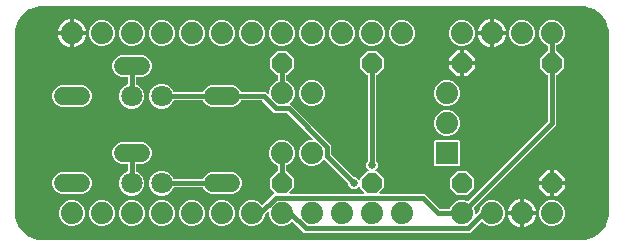
<source format=gbr>
G04 EAGLE Gerber RS-274X export*
G75*
%MOMM*%
%FSLAX34Y34*%
%LPD*%
%INBottom Copper*%
%IPPOS*%
%AMOC8*
5,1,8,0,0,1.08239X$1,22.5*%
G01*
%ADD10R,1.879600X1.879600*%
%ADD11C,1.879600*%
%ADD12P,1.814519X8X22.500000*%
%ADD13C,1.524000*%
%ADD14P,1.814519X8X202.500000*%
%ADD15C,1.800000*%
%ADD16C,0.406400*%
%ADD17C,0.654800*%

G36*
X482622Y2544D02*
X482622Y2544D01*
X482660Y2543D01*
X486117Y2815D01*
X486122Y2817D01*
X486128Y2816D01*
X486292Y2850D01*
X492868Y4987D01*
X492899Y5003D01*
X492934Y5012D01*
X493080Y5095D01*
X498673Y9158D01*
X498698Y9184D01*
X498729Y9203D01*
X498842Y9327D01*
X502905Y14920D01*
X502921Y14952D01*
X502944Y14980D01*
X503013Y15132D01*
X505150Y21708D01*
X505151Y21713D01*
X505153Y21719D01*
X505185Y21883D01*
X505457Y25340D01*
X505455Y25362D01*
X505459Y25400D01*
X505459Y177800D01*
X505456Y177822D01*
X505457Y177860D01*
X505185Y181317D01*
X505183Y181322D01*
X505184Y181328D01*
X505150Y181492D01*
X503013Y188068D01*
X502997Y188099D01*
X502988Y188134D01*
X502905Y188280D01*
X498842Y193873D01*
X498816Y193898D01*
X498797Y193929D01*
X498673Y194042D01*
X493080Y198105D01*
X493048Y198121D01*
X493020Y198144D01*
X492868Y198213D01*
X486292Y200350D01*
X486287Y200351D01*
X486281Y200353D01*
X486117Y200385D01*
X482660Y200657D01*
X482638Y200655D01*
X482600Y200659D01*
X25400Y200659D01*
X25378Y200656D01*
X25340Y200657D01*
X21883Y200385D01*
X21878Y200383D01*
X21872Y200384D01*
X21708Y200350D01*
X15132Y198213D01*
X15101Y198197D01*
X15066Y198188D01*
X14920Y198105D01*
X9327Y194042D01*
X9302Y194016D01*
X9271Y193997D01*
X9158Y193873D01*
X5095Y188280D01*
X5079Y188248D01*
X5056Y188220D01*
X4987Y188068D01*
X2850Y181492D01*
X2849Y181487D01*
X2847Y181481D01*
X2815Y181317D01*
X2543Y177860D01*
X2545Y177838D01*
X2541Y177800D01*
X2541Y25400D01*
X2544Y25378D01*
X2543Y25340D01*
X2815Y21883D01*
X2817Y21878D01*
X2816Y21872D01*
X2850Y21708D01*
X4987Y15132D01*
X5003Y15101D01*
X5012Y15066D01*
X5095Y14920D01*
X9158Y9327D01*
X9184Y9302D01*
X9203Y9271D01*
X9327Y9158D01*
X14920Y5095D01*
X14952Y5079D01*
X14980Y5056D01*
X15132Y4987D01*
X21708Y2850D01*
X21713Y2849D01*
X21719Y2847D01*
X21883Y2815D01*
X25340Y2543D01*
X25362Y2545D01*
X25400Y2541D01*
X482600Y2541D01*
X482622Y2544D01*
G37*
%LPC*%
G36*
X247161Y8889D02*
X247161Y8889D01*
X244855Y11196D01*
X237887Y18163D01*
X237871Y18175D01*
X237858Y18191D01*
X237771Y18247D01*
X237687Y18307D01*
X237668Y18313D01*
X237651Y18324D01*
X237551Y18349D01*
X237452Y18379D01*
X237432Y18379D01*
X237413Y18384D01*
X237310Y18376D01*
X237206Y18373D01*
X237187Y18366D01*
X237168Y18364D01*
X237073Y18324D01*
X236975Y18288D01*
X236960Y18276D01*
X236941Y18268D01*
X236810Y18163D01*
X234787Y16140D01*
X230773Y14477D01*
X226427Y14477D01*
X222413Y16140D01*
X219340Y19213D01*
X217677Y23227D01*
X217677Y25929D01*
X217666Y26000D01*
X217664Y26072D01*
X217646Y26121D01*
X217638Y26172D01*
X217604Y26235D01*
X217579Y26303D01*
X217547Y26343D01*
X217522Y26389D01*
X217471Y26439D01*
X217426Y26495D01*
X217382Y26523D01*
X217344Y26559D01*
X217279Y26589D01*
X217219Y26628D01*
X217168Y26640D01*
X217121Y26662D01*
X217050Y26670D01*
X216980Y26688D01*
X216928Y26684D01*
X216877Y26689D01*
X216806Y26674D01*
X216735Y26669D01*
X216687Y26648D01*
X216636Y26637D01*
X216575Y26600D01*
X216509Y26572D01*
X216453Y26528D01*
X216425Y26511D01*
X216410Y26493D01*
X216378Y26468D01*
X214346Y24435D01*
X214293Y24362D01*
X214233Y24292D01*
X214221Y24262D01*
X214202Y24236D01*
X214175Y24149D01*
X214141Y24064D01*
X214137Y24023D01*
X214130Y24001D01*
X214131Y23968D01*
X214123Y23897D01*
X214123Y23227D01*
X212460Y19213D01*
X209387Y16140D01*
X205373Y14477D01*
X201027Y14477D01*
X197013Y16140D01*
X193940Y19213D01*
X192277Y23227D01*
X192277Y27573D01*
X193940Y31587D01*
X197013Y34660D01*
X201027Y36323D01*
X205373Y36323D01*
X209387Y34660D01*
X211410Y32637D01*
X211427Y32625D01*
X211439Y32609D01*
X211526Y32553D01*
X211610Y32493D01*
X211629Y32487D01*
X211646Y32476D01*
X211746Y32451D01*
X211845Y32421D01*
X211865Y32421D01*
X211884Y32416D01*
X211987Y32424D01*
X212091Y32427D01*
X212110Y32434D01*
X212130Y32436D01*
X212225Y32476D01*
X212322Y32512D01*
X212338Y32524D01*
X212356Y32532D01*
X212487Y32637D01*
X219455Y39604D01*
X221774Y41924D01*
X221784Y41924D01*
X221833Y41942D01*
X221884Y41950D01*
X221947Y41984D01*
X222015Y42009D01*
X222055Y42041D01*
X222101Y42066D01*
X222151Y42118D01*
X222207Y42162D01*
X222235Y42206D01*
X222271Y42244D01*
X222301Y42309D01*
X222340Y42369D01*
X222352Y42420D01*
X222374Y42467D01*
X222382Y42538D01*
X222400Y42608D01*
X222396Y42660D01*
X222401Y42711D01*
X222386Y42782D01*
X222381Y42853D01*
X222360Y42901D01*
X222349Y42952D01*
X222312Y43013D01*
X222284Y43079D01*
X222240Y43135D01*
X222223Y43163D01*
X222205Y43178D01*
X222180Y43210D01*
X218693Y46696D01*
X218693Y54904D01*
X224546Y60757D01*
X224562Y60760D01*
X224651Y60813D01*
X224742Y60862D01*
X224756Y60876D01*
X224773Y60886D01*
X224840Y60965D01*
X224912Y61040D01*
X224920Y61058D01*
X224933Y61073D01*
X224972Y61169D01*
X225015Y61263D01*
X225017Y61283D01*
X225025Y61301D01*
X225043Y61468D01*
X225043Y65342D01*
X225024Y65457D01*
X225007Y65573D01*
X225005Y65578D01*
X225004Y65585D01*
X224949Y65687D01*
X224896Y65792D01*
X224891Y65797D01*
X224888Y65802D01*
X224804Y65882D01*
X224720Y65964D01*
X224714Y65968D01*
X224710Y65971D01*
X224693Y65979D01*
X224573Y66045D01*
X222413Y66940D01*
X219340Y70013D01*
X217677Y74027D01*
X217677Y78373D01*
X219340Y82387D01*
X222413Y85460D01*
X226427Y87123D01*
X230773Y87123D01*
X234787Y85460D01*
X237860Y82387D01*
X239523Y78373D01*
X239523Y74027D01*
X237860Y70013D01*
X234787Y66940D01*
X232627Y66045D01*
X232527Y65984D01*
X232427Y65924D01*
X232423Y65919D01*
X232418Y65916D01*
X232343Y65826D01*
X232267Y65737D01*
X232265Y65731D01*
X232261Y65726D01*
X232219Y65618D01*
X232175Y65509D01*
X232174Y65501D01*
X232173Y65497D01*
X232172Y65478D01*
X232157Y65342D01*
X232157Y61468D01*
X232160Y61448D01*
X232158Y61429D01*
X232180Y61327D01*
X232196Y61225D01*
X232206Y61208D01*
X232210Y61188D01*
X232263Y61099D01*
X232312Y61008D01*
X232326Y60994D01*
X232336Y60977D01*
X232415Y60910D01*
X232490Y60838D01*
X232508Y60830D01*
X232523Y60817D01*
X232619Y60778D01*
X232643Y60767D01*
X238507Y54904D01*
X238507Y46696D01*
X235020Y43210D01*
X234979Y43152D01*
X234929Y43100D01*
X234907Y43053D01*
X234877Y43011D01*
X234856Y42942D01*
X234826Y42877D01*
X234820Y42825D01*
X234805Y42775D01*
X234806Y42704D01*
X234799Y42633D01*
X234810Y42582D01*
X234811Y42530D01*
X234836Y42462D01*
X234851Y42392D01*
X234878Y42347D01*
X234895Y42299D01*
X234940Y42243D01*
X234977Y42181D01*
X235017Y42147D01*
X235049Y42107D01*
X235109Y42068D01*
X235164Y42021D01*
X235212Y42002D01*
X235256Y41974D01*
X235325Y41956D01*
X235392Y41929D01*
X235463Y41921D01*
X235495Y41913D01*
X235518Y41915D01*
X235559Y41911D01*
X297841Y41911D01*
X297912Y41922D01*
X297984Y41924D01*
X298033Y41942D01*
X298084Y41950D01*
X298147Y41984D01*
X298215Y42009D01*
X298255Y42041D01*
X298301Y42066D01*
X298351Y42118D01*
X298407Y42162D01*
X298435Y42206D01*
X298471Y42244D01*
X298501Y42309D01*
X298540Y42369D01*
X298552Y42420D01*
X298574Y42467D01*
X298582Y42538D01*
X298600Y42608D01*
X298596Y42660D01*
X298601Y42711D01*
X298586Y42782D01*
X298581Y42853D01*
X298560Y42901D01*
X298549Y42952D01*
X298512Y43013D01*
X298484Y43079D01*
X298440Y43135D01*
X298423Y43163D01*
X298405Y43178D01*
X298380Y43210D01*
X294893Y46696D01*
X294893Y47509D01*
X294882Y47580D01*
X294880Y47651D01*
X294862Y47700D01*
X294854Y47752D01*
X294820Y47815D01*
X294795Y47882D01*
X294763Y47923D01*
X294738Y47969D01*
X294686Y48019D01*
X294642Y48075D01*
X294598Y48103D01*
X294560Y48139D01*
X294495Y48169D01*
X294435Y48208D01*
X294384Y48220D01*
X294337Y48242D01*
X294266Y48250D01*
X294196Y48268D01*
X294144Y48264D01*
X294093Y48269D01*
X294022Y48254D01*
X293951Y48248D01*
X293903Y48228D01*
X293852Y48217D01*
X293791Y48180D01*
X293725Y48152D01*
X293669Y48107D01*
X293641Y48091D01*
X293626Y48073D01*
X293594Y48047D01*
X291548Y46001D01*
X287572Y46001D01*
X284761Y48812D01*
X284761Y50253D01*
X284747Y50344D01*
X284739Y50434D01*
X284727Y50464D01*
X284722Y50496D01*
X284679Y50577D01*
X284643Y50661D01*
X284617Y50693D01*
X284606Y50714D01*
X284583Y50736D01*
X284538Y50792D01*
X265704Y69626D01*
X264668Y70662D01*
X264631Y70689D01*
X264600Y70723D01*
X264531Y70760D01*
X264468Y70806D01*
X264425Y70819D01*
X264384Y70841D01*
X264308Y70855D01*
X264233Y70878D01*
X264187Y70877D01*
X264142Y70885D01*
X264065Y70874D01*
X263987Y70872D01*
X263944Y70856D01*
X263899Y70849D01*
X263829Y70814D01*
X263756Y70787D01*
X263720Y70758D01*
X263680Y70738D01*
X263625Y70682D01*
X263564Y70633D01*
X263539Y70595D01*
X263507Y70562D01*
X263441Y70442D01*
X263431Y70426D01*
X263430Y70422D01*
X263426Y70415D01*
X263260Y70013D01*
X260187Y66940D01*
X256173Y65277D01*
X251827Y65277D01*
X247813Y66940D01*
X244740Y70013D01*
X243077Y74027D01*
X243077Y78373D01*
X244740Y82387D01*
X247813Y85460D01*
X251827Y87123D01*
X254529Y87123D01*
X254600Y87134D01*
X254672Y87136D01*
X254721Y87154D01*
X254772Y87162D01*
X254835Y87196D01*
X254903Y87221D01*
X254943Y87253D01*
X254989Y87278D01*
X255039Y87330D01*
X255095Y87374D01*
X255123Y87418D01*
X255159Y87456D01*
X255189Y87521D01*
X255228Y87581D01*
X255240Y87632D01*
X255262Y87679D01*
X255270Y87750D01*
X255288Y87820D01*
X255284Y87872D01*
X255289Y87923D01*
X255274Y87994D01*
X255269Y88065D01*
X255248Y88113D01*
X255237Y88164D01*
X255200Y88225D01*
X255172Y88291D01*
X255128Y88347D01*
X255111Y88375D01*
X255093Y88390D01*
X255068Y88422D01*
X233223Y110266D01*
X233150Y110319D01*
X233080Y110379D01*
X233050Y110391D01*
X233024Y110410D01*
X232937Y110437D01*
X232852Y110471D01*
X232811Y110475D01*
X232789Y110482D01*
X232756Y110481D01*
X232685Y110489D01*
X221761Y110489D01*
X212086Y120164D01*
X212088Y120181D01*
X212066Y120283D01*
X212050Y120385D01*
X212040Y120402D01*
X212036Y120422D01*
X211983Y120511D01*
X211934Y120602D01*
X211920Y120616D01*
X211910Y120633D01*
X211831Y120700D01*
X211756Y120772D01*
X211738Y120780D01*
X211723Y120793D01*
X211627Y120832D01*
X211533Y120875D01*
X211513Y120877D01*
X211495Y120885D01*
X211328Y120903D01*
X194354Y120903D01*
X194239Y120884D01*
X194123Y120867D01*
X194117Y120865D01*
X194111Y120864D01*
X194008Y120809D01*
X193903Y120756D01*
X193899Y120751D01*
X193893Y120748D01*
X193814Y120664D01*
X193731Y120580D01*
X193728Y120574D01*
X193724Y120570D01*
X193716Y120553D01*
X193650Y120433D01*
X193173Y119280D01*
X190600Y116707D01*
X187239Y115315D01*
X168361Y115315D01*
X165000Y116707D01*
X162427Y119280D01*
X161950Y120433D01*
X161888Y120533D01*
X161828Y120633D01*
X161823Y120637D01*
X161820Y120642D01*
X161730Y120717D01*
X161641Y120793D01*
X161635Y120795D01*
X161631Y120799D01*
X161522Y120841D01*
X161413Y120885D01*
X161406Y120886D01*
X161401Y120887D01*
X161383Y120888D01*
X161246Y120903D01*
X137427Y120903D01*
X137313Y120884D01*
X137196Y120867D01*
X137191Y120865D01*
X137185Y120864D01*
X137082Y120809D01*
X136977Y120756D01*
X136973Y120751D01*
X136967Y120748D01*
X136887Y120664D01*
X136805Y120580D01*
X136801Y120574D01*
X136798Y120570D01*
X136790Y120553D01*
X136724Y120433D01*
X135922Y118498D01*
X132962Y115538D01*
X129093Y113935D01*
X124907Y113935D01*
X121038Y115538D01*
X118078Y118498D01*
X116475Y122367D01*
X116475Y126553D01*
X118078Y130422D01*
X121038Y133382D01*
X124907Y134985D01*
X129093Y134985D01*
X132962Y133382D01*
X135922Y130422D01*
X136724Y128487D01*
X136786Y128387D01*
X136845Y128287D01*
X136850Y128283D01*
X136854Y128278D01*
X136944Y128203D01*
X137032Y128127D01*
X137038Y128125D01*
X137043Y128121D01*
X137151Y128079D01*
X137261Y128035D01*
X137268Y128034D01*
X137273Y128033D01*
X137291Y128032D01*
X137427Y128017D01*
X161246Y128017D01*
X161361Y128036D01*
X161477Y128053D01*
X161483Y128055D01*
X161489Y128056D01*
X161592Y128111D01*
X161697Y128164D01*
X161701Y128169D01*
X161707Y128172D01*
X161786Y128256D01*
X161869Y128340D01*
X161872Y128346D01*
X161876Y128350D01*
X161884Y128367D01*
X161950Y128487D01*
X162427Y129640D01*
X165000Y132213D01*
X168361Y133605D01*
X187239Y133605D01*
X190600Y132213D01*
X193173Y129640D01*
X193650Y128487D01*
X193712Y128387D01*
X193772Y128287D01*
X193777Y128283D01*
X193780Y128278D01*
X193870Y128203D01*
X193959Y128127D01*
X193965Y128125D01*
X193969Y128121D01*
X194078Y128079D01*
X194187Y128035D01*
X194194Y128034D01*
X194199Y128033D01*
X194217Y128032D01*
X194354Y128017D01*
X214833Y128017D01*
X216378Y126472D01*
X216436Y126430D01*
X216488Y126381D01*
X216535Y126359D01*
X216577Y126329D01*
X216646Y126308D01*
X216711Y126277D01*
X216763Y126272D01*
X216813Y126256D01*
X216884Y126258D01*
X216955Y126250D01*
X217006Y126261D01*
X217058Y126263D01*
X217126Y126287D01*
X217196Y126303D01*
X217241Y126329D01*
X217289Y126347D01*
X217345Y126392D01*
X217407Y126429D01*
X217441Y126468D01*
X217481Y126501D01*
X217520Y126561D01*
X217567Y126616D01*
X217586Y126664D01*
X217614Y126708D01*
X217632Y126777D01*
X217659Y126844D01*
X217667Y126915D01*
X217675Y126946D01*
X217673Y126970D01*
X217677Y127011D01*
X217677Y129173D01*
X219340Y133187D01*
X222413Y136260D01*
X224573Y137155D01*
X224673Y137216D01*
X224773Y137276D01*
X224777Y137281D01*
X224782Y137284D01*
X224857Y137374D01*
X224933Y137463D01*
X224935Y137469D01*
X224939Y137474D01*
X224981Y137582D01*
X225025Y137691D01*
X225026Y137699D01*
X225027Y137703D01*
X225028Y137722D01*
X225043Y137858D01*
X225043Y141732D01*
X225040Y141752D01*
X225042Y141771D01*
X225020Y141873D01*
X225004Y141975D01*
X224994Y141992D01*
X224990Y142012D01*
X224937Y142101D01*
X224888Y142192D01*
X224874Y142206D01*
X224864Y142223D01*
X224785Y142290D01*
X224710Y142362D01*
X224692Y142370D01*
X224677Y142383D01*
X224581Y142422D01*
X224557Y142433D01*
X218693Y148296D01*
X218693Y156504D01*
X224496Y162307D01*
X232704Y162307D01*
X238507Y156504D01*
X238507Y148296D01*
X232654Y142443D01*
X232638Y142440D01*
X232549Y142387D01*
X232458Y142338D01*
X232444Y142324D01*
X232427Y142314D01*
X232360Y142235D01*
X232288Y142160D01*
X232280Y142142D01*
X232267Y142127D01*
X232228Y142031D01*
X232185Y141937D01*
X232183Y141917D01*
X232175Y141899D01*
X232157Y141732D01*
X232157Y137858D01*
X232176Y137743D01*
X232193Y137627D01*
X232195Y137622D01*
X232196Y137615D01*
X232251Y137513D01*
X232304Y137408D01*
X232309Y137403D01*
X232312Y137398D01*
X232396Y137318D01*
X232480Y137236D01*
X232486Y137232D01*
X232490Y137229D01*
X232507Y137221D01*
X232627Y137155D01*
X234787Y136260D01*
X237860Y133187D01*
X239523Y129173D01*
X239523Y124827D01*
X237860Y120813D01*
X235837Y118790D01*
X235825Y118773D01*
X235809Y118761D01*
X235779Y118713D01*
X235746Y118679D01*
X235726Y118636D01*
X235693Y118590D01*
X235687Y118571D01*
X235676Y118554D01*
X235663Y118499D01*
X235642Y118456D01*
X235637Y118408D01*
X235621Y118355D01*
X235621Y118335D01*
X235616Y118316D01*
X235621Y118260D01*
X235615Y118211D01*
X235626Y118164D01*
X235627Y118109D01*
X235634Y118090D01*
X235636Y118070D01*
X235657Y118020D01*
X235668Y117971D01*
X235693Y117928D01*
X235712Y117878D01*
X235724Y117862D01*
X235732Y117844D01*
X235778Y117787D01*
X235794Y117760D01*
X235811Y117745D01*
X235837Y117713D01*
X238253Y115296D01*
X270511Y83039D01*
X270511Y75195D01*
X270525Y75104D01*
X270533Y75014D01*
X270545Y74984D01*
X270550Y74952D01*
X270593Y74871D01*
X270629Y74787D01*
X270655Y74755D01*
X270666Y74734D01*
X270689Y74712D01*
X270734Y74656D01*
X289568Y55822D01*
X289642Y55769D01*
X289712Y55709D01*
X289742Y55697D01*
X289768Y55678D01*
X289855Y55651D01*
X289940Y55617D01*
X289981Y55613D01*
X290003Y55606D01*
X290035Y55607D01*
X290107Y55599D01*
X291548Y55599D01*
X293594Y53553D01*
X293652Y53511D01*
X293704Y53461D01*
X293751Y53440D01*
X293793Y53409D01*
X293862Y53388D01*
X293927Y53358D01*
X293979Y53352D01*
X294029Y53337D01*
X294100Y53339D01*
X294171Y53331D01*
X294222Y53342D01*
X294274Y53343D01*
X294342Y53368D01*
X294412Y53383D01*
X294457Y53410D01*
X294505Y53428D01*
X294561Y53472D01*
X294623Y53509D01*
X294657Y53549D01*
X294697Y53581D01*
X294736Y53642D01*
X294783Y53696D01*
X294802Y53744D01*
X294830Y53788D01*
X294848Y53858D01*
X294875Y53924D01*
X294883Y53996D01*
X294891Y54027D01*
X294889Y54050D01*
X294893Y54091D01*
X294893Y54904D01*
X300696Y60707D01*
X301509Y60707D01*
X301580Y60718D01*
X301651Y60720D01*
X301700Y60738D01*
X301752Y60746D01*
X301815Y60780D01*
X301882Y60805D01*
X301923Y60837D01*
X301969Y60862D01*
X302019Y60914D01*
X302075Y60958D01*
X302103Y61002D01*
X302139Y61040D01*
X302169Y61105D01*
X302208Y61165D01*
X302220Y61216D01*
X302242Y61263D01*
X302250Y61334D01*
X302268Y61404D01*
X302264Y61456D01*
X302269Y61507D01*
X302254Y61578D01*
X302248Y61649D01*
X302228Y61697D01*
X302217Y61748D01*
X302180Y61809D01*
X302152Y61875D01*
X302107Y61931D01*
X302091Y61959D01*
X302073Y61974D01*
X302047Y62006D01*
X300001Y64052D01*
X300001Y68028D01*
X301020Y69047D01*
X301073Y69121D01*
X301133Y69190D01*
X301145Y69220D01*
X301164Y69246D01*
X301191Y69333D01*
X301225Y69418D01*
X301229Y69459D01*
X301236Y69482D01*
X301235Y69514D01*
X301243Y69585D01*
X301243Y141732D01*
X301240Y141752D01*
X301242Y141771D01*
X301220Y141873D01*
X301204Y141975D01*
X301194Y141992D01*
X301190Y142012D01*
X301137Y142101D01*
X301088Y142192D01*
X301074Y142206D01*
X301064Y142223D01*
X300985Y142290D01*
X300910Y142362D01*
X300892Y142370D01*
X300877Y142383D01*
X300781Y142422D01*
X300757Y142433D01*
X294893Y148296D01*
X294893Y156504D01*
X300696Y162307D01*
X308904Y162307D01*
X314707Y156504D01*
X314707Y148296D01*
X308854Y142443D01*
X308838Y142440D01*
X308749Y142387D01*
X308658Y142338D01*
X308644Y142324D01*
X308627Y142314D01*
X308560Y142235D01*
X308488Y142160D01*
X308480Y142142D01*
X308467Y142127D01*
X308428Y142031D01*
X308385Y141937D01*
X308383Y141917D01*
X308375Y141899D01*
X308357Y141732D01*
X308357Y69585D01*
X308371Y69495D01*
X308379Y69404D01*
X308391Y69374D01*
X308396Y69342D01*
X308439Y69262D01*
X308475Y69178D01*
X308501Y69146D01*
X308512Y69125D01*
X308535Y69103D01*
X308580Y69047D01*
X309599Y68028D01*
X309599Y64052D01*
X307553Y62006D01*
X307511Y61948D01*
X307461Y61896D01*
X307440Y61849D01*
X307409Y61807D01*
X307388Y61738D01*
X307358Y61673D01*
X307352Y61621D01*
X307337Y61571D01*
X307339Y61500D01*
X307331Y61429D01*
X307342Y61378D01*
X307343Y61326D01*
X307368Y61258D01*
X307383Y61188D01*
X307410Y61143D01*
X307428Y61095D01*
X307472Y61039D01*
X307509Y60977D01*
X307549Y60943D01*
X307581Y60903D01*
X307642Y60864D01*
X307696Y60817D01*
X307744Y60798D01*
X307788Y60770D01*
X307858Y60752D01*
X307924Y60725D01*
X307996Y60717D01*
X308027Y60709D01*
X308050Y60711D01*
X308091Y60707D01*
X308904Y60707D01*
X314707Y54904D01*
X314707Y46696D01*
X311220Y43210D01*
X311179Y43152D01*
X311129Y43100D01*
X311107Y43053D01*
X311077Y43011D01*
X311056Y42942D01*
X311026Y42877D01*
X311020Y42825D01*
X311005Y42775D01*
X311006Y42704D01*
X310999Y42633D01*
X311010Y42582D01*
X311011Y42530D01*
X311036Y42462D01*
X311051Y42392D01*
X311078Y42347D01*
X311095Y42299D01*
X311140Y42243D01*
X311177Y42181D01*
X311217Y42147D01*
X311249Y42107D01*
X311309Y42068D01*
X311364Y42021D01*
X311412Y42002D01*
X311456Y41974D01*
X311525Y41956D01*
X311592Y41929D01*
X311663Y41921D01*
X311695Y41913D01*
X311718Y41915D01*
X311759Y41911D01*
X349739Y41911D01*
X362470Y29180D01*
X362544Y29127D01*
X362613Y29067D01*
X362644Y29055D01*
X362670Y29036D01*
X362757Y29009D01*
X362842Y28975D01*
X362883Y28971D01*
X362905Y28964D01*
X362937Y28965D01*
X363008Y28957D01*
X370142Y28957D01*
X370257Y28976D01*
X370373Y28993D01*
X370378Y28995D01*
X370385Y28996D01*
X370487Y29051D01*
X370592Y29104D01*
X370597Y29109D01*
X370602Y29112D01*
X370682Y29196D01*
X370764Y29280D01*
X370768Y29286D01*
X370771Y29290D01*
X370779Y29307D01*
X370845Y29427D01*
X371740Y31587D01*
X374813Y34660D01*
X378827Y36323D01*
X383173Y36323D01*
X385333Y35428D01*
X385447Y35401D01*
X385560Y35373D01*
X385567Y35373D01*
X385573Y35372D01*
X385689Y35383D01*
X385806Y35392D01*
X385811Y35394D01*
X385818Y35395D01*
X385925Y35443D01*
X386032Y35488D01*
X386038Y35493D01*
X386042Y35495D01*
X386056Y35507D01*
X386163Y35593D01*
X453420Y102850D01*
X453473Y102924D01*
X453533Y102994D01*
X453545Y103024D01*
X453564Y103050D01*
X453591Y103137D01*
X453625Y103222D01*
X453629Y103263D01*
X453636Y103285D01*
X453635Y103317D01*
X453643Y103389D01*
X453643Y141732D01*
X453640Y141752D01*
X453642Y141771D01*
X453620Y141873D01*
X453604Y141975D01*
X453594Y141992D01*
X453590Y142012D01*
X453537Y142101D01*
X453488Y142192D01*
X453474Y142206D01*
X453464Y142223D01*
X453385Y142290D01*
X453310Y142362D01*
X453292Y142370D01*
X453277Y142383D01*
X453181Y142422D01*
X453157Y142433D01*
X447293Y148296D01*
X447293Y156504D01*
X453146Y162357D01*
X453162Y162360D01*
X453251Y162413D01*
X453342Y162462D01*
X453356Y162476D01*
X453373Y162486D01*
X453440Y162565D01*
X453512Y162640D01*
X453520Y162658D01*
X453533Y162673D01*
X453572Y162769D01*
X453615Y162863D01*
X453617Y162883D01*
X453625Y162901D01*
X453643Y163068D01*
X453643Y166942D01*
X453624Y167057D01*
X453607Y167173D01*
X453605Y167178D01*
X453604Y167185D01*
X453549Y167287D01*
X453496Y167392D01*
X453491Y167397D01*
X453488Y167402D01*
X453404Y167482D01*
X453320Y167564D01*
X453314Y167568D01*
X453310Y167571D01*
X453293Y167579D01*
X453173Y167645D01*
X451013Y168540D01*
X447940Y171613D01*
X446277Y175627D01*
X446277Y179973D01*
X447940Y183987D01*
X451013Y187060D01*
X455027Y188723D01*
X459373Y188723D01*
X463387Y187060D01*
X466460Y183987D01*
X468123Y179973D01*
X468123Y175627D01*
X466460Y171613D01*
X463387Y168540D01*
X461227Y167645D01*
X461127Y167584D01*
X461027Y167524D01*
X461023Y167519D01*
X461018Y167516D01*
X460943Y167426D01*
X460867Y167337D01*
X460865Y167331D01*
X460861Y167326D01*
X460819Y167218D01*
X460775Y167109D01*
X460774Y167101D01*
X460773Y167097D01*
X460772Y167078D01*
X460757Y166942D01*
X460757Y163068D01*
X460760Y163048D01*
X460758Y163029D01*
X460780Y162927D01*
X460796Y162825D01*
X460806Y162808D01*
X460810Y162788D01*
X460863Y162699D01*
X460912Y162608D01*
X460926Y162594D01*
X460936Y162577D01*
X461015Y162510D01*
X461090Y162438D01*
X461108Y162430D01*
X461123Y162417D01*
X461219Y162378D01*
X461243Y162367D01*
X467107Y156504D01*
X467107Y148296D01*
X461254Y142443D01*
X461238Y142440D01*
X461149Y142387D01*
X461058Y142338D01*
X461044Y142324D01*
X461027Y142314D01*
X460960Y142235D01*
X460888Y142160D01*
X460880Y142142D01*
X460867Y142127D01*
X460828Y142031D01*
X460785Y141937D01*
X460783Y141917D01*
X460775Y141899D01*
X460757Y141732D01*
X460757Y100127D01*
X391193Y30563D01*
X391125Y30468D01*
X391055Y30374D01*
X391053Y30368D01*
X391049Y30363D01*
X391015Y30252D01*
X390979Y30140D01*
X390979Y30134D01*
X390977Y30128D01*
X390980Y30011D01*
X390981Y29894D01*
X390983Y29887D01*
X390983Y29882D01*
X390990Y29865D01*
X391028Y29733D01*
X391923Y27573D01*
X391923Y24871D01*
X391934Y24800D01*
X391936Y24728D01*
X391954Y24679D01*
X391962Y24628D01*
X391996Y24565D01*
X392021Y24497D01*
X392053Y24457D01*
X392078Y24411D01*
X392130Y24361D01*
X392174Y24305D01*
X392218Y24277D01*
X392256Y24241D01*
X392321Y24211D01*
X392381Y24172D01*
X392432Y24160D01*
X392479Y24138D01*
X392550Y24130D01*
X392620Y24112D01*
X392672Y24116D01*
X392723Y24111D01*
X392794Y24126D01*
X392865Y24131D01*
X392913Y24152D01*
X392964Y24163D01*
X393025Y24200D01*
X393091Y24228D01*
X393147Y24272D01*
X393175Y24289D01*
X393190Y24307D01*
X393222Y24332D01*
X395254Y26365D01*
X395296Y26423D01*
X395343Y26473D01*
X395352Y26490D01*
X395367Y26508D01*
X395379Y26538D01*
X395398Y26564D01*
X395421Y26640D01*
X395447Y26696D01*
X395449Y26711D01*
X395459Y26736D01*
X395463Y26777D01*
X395470Y26799D01*
X395469Y26832D01*
X395477Y26903D01*
X395477Y27573D01*
X397140Y31587D01*
X400213Y34660D01*
X404227Y36323D01*
X408573Y36323D01*
X412587Y34660D01*
X415660Y31587D01*
X417323Y27573D01*
X417323Y23227D01*
X415660Y19213D01*
X412587Y16140D01*
X408573Y14477D01*
X404227Y14477D01*
X400213Y16140D01*
X398190Y18163D01*
X398173Y18175D01*
X398161Y18191D01*
X398074Y18247D01*
X397990Y18307D01*
X397971Y18313D01*
X397954Y18324D01*
X397854Y18349D01*
X397755Y18379D01*
X397735Y18379D01*
X397716Y18384D01*
X397613Y18376D01*
X397509Y18373D01*
X397490Y18366D01*
X397470Y18364D01*
X397375Y18324D01*
X397278Y18288D01*
X397262Y18276D01*
X397244Y18268D01*
X397113Y18163D01*
X390145Y11196D01*
X387839Y8889D01*
X247161Y8889D01*
G37*
%LPD*%
%LPC*%
G36*
X124907Y40275D02*
X124907Y40275D01*
X121038Y41878D01*
X118078Y44838D01*
X116475Y48707D01*
X116475Y52893D01*
X118078Y56762D01*
X121038Y59722D01*
X124907Y61325D01*
X129093Y61325D01*
X132962Y59722D01*
X135922Y56762D01*
X136724Y54827D01*
X136786Y54727D01*
X136845Y54627D01*
X136850Y54623D01*
X136854Y54618D01*
X136944Y54543D01*
X137032Y54467D01*
X137038Y54465D01*
X137043Y54461D01*
X137151Y54419D01*
X137261Y54375D01*
X137268Y54374D01*
X137273Y54373D01*
X137291Y54372D01*
X137427Y54357D01*
X161246Y54357D01*
X161361Y54376D01*
X161477Y54393D01*
X161483Y54395D01*
X161489Y54396D01*
X161592Y54451D01*
X161697Y54504D01*
X161701Y54509D01*
X161707Y54512D01*
X161786Y54596D01*
X161869Y54680D01*
X161872Y54686D01*
X161876Y54690D01*
X161884Y54707D01*
X161950Y54827D01*
X162427Y55980D01*
X165000Y58553D01*
X168361Y59945D01*
X187239Y59945D01*
X190600Y58553D01*
X193173Y55980D01*
X194565Y52619D01*
X194565Y48981D01*
X193173Y45620D01*
X190600Y43047D01*
X187239Y41655D01*
X168361Y41655D01*
X165000Y43047D01*
X162427Y45620D01*
X161950Y46773D01*
X161888Y46873D01*
X161828Y46973D01*
X161823Y46977D01*
X161820Y46982D01*
X161730Y47057D01*
X161641Y47133D01*
X161635Y47135D01*
X161631Y47139D01*
X161522Y47181D01*
X161413Y47225D01*
X161406Y47226D01*
X161401Y47227D01*
X161383Y47228D01*
X161246Y47243D01*
X137427Y47243D01*
X137313Y47224D01*
X137196Y47207D01*
X137191Y47205D01*
X137185Y47204D01*
X137082Y47149D01*
X136977Y47096D01*
X136973Y47091D01*
X136967Y47088D01*
X136887Y47004D01*
X136805Y46920D01*
X136801Y46914D01*
X136798Y46910D01*
X136790Y46893D01*
X136724Y46773D01*
X135922Y44838D01*
X132962Y41878D01*
X129093Y40275D01*
X124907Y40275D01*
G37*
%LPD*%
%LPC*%
G36*
X99507Y40275D02*
X99507Y40275D01*
X95638Y41878D01*
X92678Y44838D01*
X91075Y48707D01*
X91075Y52893D01*
X92678Y56762D01*
X95638Y59722D01*
X97573Y60524D01*
X97673Y60586D01*
X97773Y60645D01*
X97777Y60650D01*
X97782Y60654D01*
X97857Y60744D01*
X97933Y60832D01*
X97935Y60838D01*
X97939Y60843D01*
X97981Y60951D01*
X98025Y61061D01*
X98026Y61068D01*
X98027Y61073D01*
X98028Y61091D01*
X98043Y61227D01*
X98043Y66294D01*
X98040Y66314D01*
X98042Y66333D01*
X98020Y66435D01*
X98004Y66537D01*
X97994Y66554D01*
X97990Y66574D01*
X97937Y66663D01*
X97888Y66754D01*
X97874Y66768D01*
X97864Y66785D01*
X97785Y66852D01*
X97710Y66924D01*
X97692Y66932D01*
X97677Y66945D01*
X97581Y66984D01*
X97487Y67027D01*
X97467Y67029D01*
X97449Y67037D01*
X97282Y67055D01*
X92161Y67055D01*
X88800Y68447D01*
X86227Y71020D01*
X84835Y74381D01*
X84835Y78019D01*
X86227Y81380D01*
X88800Y83953D01*
X92161Y85345D01*
X111039Y85345D01*
X114400Y83953D01*
X116973Y81380D01*
X118365Y78019D01*
X118365Y74381D01*
X116973Y71020D01*
X114400Y68447D01*
X111039Y67055D01*
X105918Y67055D01*
X105898Y67052D01*
X105879Y67054D01*
X105777Y67032D01*
X105675Y67016D01*
X105658Y67006D01*
X105638Y67002D01*
X105549Y66949D01*
X105458Y66900D01*
X105444Y66886D01*
X105427Y66876D01*
X105360Y66797D01*
X105288Y66722D01*
X105280Y66704D01*
X105267Y66689D01*
X105228Y66593D01*
X105185Y66499D01*
X105183Y66479D01*
X105175Y66461D01*
X105157Y66294D01*
X105157Y61227D01*
X105176Y61113D01*
X105193Y60996D01*
X105195Y60991D01*
X105196Y60985D01*
X105251Y60882D01*
X105304Y60777D01*
X105309Y60773D01*
X105312Y60767D01*
X105396Y60687D01*
X105480Y60605D01*
X105486Y60601D01*
X105490Y60598D01*
X105507Y60590D01*
X105627Y60524D01*
X107562Y59722D01*
X110522Y56762D01*
X112125Y52893D01*
X112125Y48707D01*
X110522Y44838D01*
X107562Y41878D01*
X103693Y40275D01*
X99507Y40275D01*
G37*
%LPD*%
%LPC*%
G36*
X99507Y113935D02*
X99507Y113935D01*
X95638Y115538D01*
X92678Y118498D01*
X91075Y122367D01*
X91075Y126553D01*
X92678Y130422D01*
X95638Y133382D01*
X97573Y134184D01*
X97673Y134246D01*
X97773Y134305D01*
X97777Y134310D01*
X97782Y134314D01*
X97857Y134404D01*
X97933Y134492D01*
X97935Y134498D01*
X97939Y134503D01*
X97981Y134611D01*
X98025Y134721D01*
X98026Y134728D01*
X98027Y134733D01*
X98028Y134751D01*
X98043Y134887D01*
X98043Y139954D01*
X98040Y139974D01*
X98042Y139993D01*
X98020Y140095D01*
X98004Y140197D01*
X97994Y140214D01*
X97990Y140234D01*
X97937Y140323D01*
X97888Y140414D01*
X97874Y140428D01*
X97864Y140445D01*
X97785Y140512D01*
X97710Y140584D01*
X97692Y140592D01*
X97677Y140605D01*
X97581Y140644D01*
X97487Y140687D01*
X97467Y140689D01*
X97449Y140697D01*
X97282Y140715D01*
X92161Y140715D01*
X88800Y142107D01*
X86227Y144680D01*
X84835Y148041D01*
X84835Y151679D01*
X86227Y155040D01*
X88800Y157613D01*
X92161Y159005D01*
X111039Y159005D01*
X114400Y157613D01*
X116973Y155040D01*
X118365Y151679D01*
X118365Y148041D01*
X116973Y144680D01*
X114400Y142107D01*
X111039Y140715D01*
X105918Y140715D01*
X105898Y140712D01*
X105879Y140714D01*
X105777Y140692D01*
X105675Y140676D01*
X105658Y140666D01*
X105638Y140662D01*
X105549Y140609D01*
X105458Y140560D01*
X105444Y140546D01*
X105427Y140536D01*
X105360Y140457D01*
X105288Y140382D01*
X105280Y140364D01*
X105267Y140349D01*
X105228Y140253D01*
X105185Y140159D01*
X105183Y140139D01*
X105175Y140121D01*
X105157Y139954D01*
X105157Y134887D01*
X105176Y134773D01*
X105193Y134656D01*
X105195Y134651D01*
X105196Y134645D01*
X105251Y134542D01*
X105304Y134437D01*
X105309Y134433D01*
X105312Y134427D01*
X105396Y134347D01*
X105480Y134265D01*
X105486Y134261D01*
X105490Y134258D01*
X105507Y134250D01*
X105627Y134184D01*
X107562Y133382D01*
X110522Y130422D01*
X112125Y126553D01*
X112125Y122367D01*
X110522Y118498D01*
X107562Y115538D01*
X103693Y113935D01*
X99507Y113935D01*
G37*
%LPD*%
%LPC*%
G36*
X41361Y115315D02*
X41361Y115315D01*
X38000Y116707D01*
X35427Y119280D01*
X34035Y122641D01*
X34035Y126279D01*
X35427Y129640D01*
X38000Y132213D01*
X41361Y133605D01*
X60239Y133605D01*
X63600Y132213D01*
X66173Y129640D01*
X67565Y126279D01*
X67565Y122641D01*
X66173Y119280D01*
X63600Y116707D01*
X60239Y115315D01*
X41361Y115315D01*
G37*
%LPD*%
%LPC*%
G36*
X41361Y41655D02*
X41361Y41655D01*
X38000Y43047D01*
X35427Y45620D01*
X34035Y48981D01*
X34035Y52619D01*
X35427Y55980D01*
X38000Y58553D01*
X41361Y59945D01*
X60239Y59945D01*
X63600Y58553D01*
X66173Y55980D01*
X67565Y52619D01*
X67565Y48981D01*
X66173Y45620D01*
X63600Y43047D01*
X60239Y41655D01*
X41361Y41655D01*
G37*
%LPD*%
%LPC*%
G36*
X358270Y65277D02*
X358270Y65277D01*
X357377Y66170D01*
X357377Y86230D01*
X358270Y87123D01*
X378330Y87123D01*
X379223Y86230D01*
X379223Y66170D01*
X378330Y65277D01*
X358270Y65277D01*
G37*
%LPD*%
%LPC*%
G36*
X429627Y166877D02*
X429627Y166877D01*
X425613Y168540D01*
X422540Y171613D01*
X420877Y175627D01*
X420877Y179973D01*
X422540Y183987D01*
X425613Y187060D01*
X429627Y188723D01*
X433973Y188723D01*
X437987Y187060D01*
X441060Y183987D01*
X442723Y179973D01*
X442723Y175627D01*
X441060Y171613D01*
X437987Y168540D01*
X433973Y166877D01*
X429627Y166877D01*
G37*
%LPD*%
%LPC*%
G36*
X201027Y166877D02*
X201027Y166877D01*
X197013Y168540D01*
X193940Y171613D01*
X192277Y175627D01*
X192277Y179973D01*
X193940Y183987D01*
X197013Y187060D01*
X201027Y188723D01*
X205373Y188723D01*
X209387Y187060D01*
X212460Y183987D01*
X214123Y179973D01*
X214123Y175627D01*
X212460Y171613D01*
X209387Y168540D01*
X205373Y166877D01*
X201027Y166877D01*
G37*
%LPD*%
%LPC*%
G36*
X277227Y166877D02*
X277227Y166877D01*
X273213Y168540D01*
X270140Y171613D01*
X268477Y175627D01*
X268477Y179973D01*
X270140Y183987D01*
X273213Y187060D01*
X277227Y188723D01*
X281573Y188723D01*
X285587Y187060D01*
X288660Y183987D01*
X290323Y179973D01*
X290323Y175627D01*
X288660Y171613D01*
X285587Y168540D01*
X281573Y166877D01*
X277227Y166877D01*
G37*
%LPD*%
%LPC*%
G36*
X124827Y166877D02*
X124827Y166877D01*
X120813Y168540D01*
X117740Y171613D01*
X116077Y175627D01*
X116077Y179973D01*
X117740Y183987D01*
X120813Y187060D01*
X124827Y188723D01*
X129173Y188723D01*
X133187Y187060D01*
X136260Y183987D01*
X137923Y179973D01*
X137923Y175627D01*
X136260Y171613D01*
X133187Y168540D01*
X129173Y166877D01*
X124827Y166877D01*
G37*
%LPD*%
%LPC*%
G36*
X99427Y166877D02*
X99427Y166877D01*
X95413Y168540D01*
X92340Y171613D01*
X90677Y175627D01*
X90677Y179973D01*
X92340Y183987D01*
X95413Y187060D01*
X99427Y188723D01*
X103773Y188723D01*
X107787Y187060D01*
X110860Y183987D01*
X112523Y179973D01*
X112523Y175627D01*
X110860Y171613D01*
X107787Y168540D01*
X103773Y166877D01*
X99427Y166877D01*
G37*
%LPD*%
%LPC*%
G36*
X251827Y166877D02*
X251827Y166877D01*
X247813Y168540D01*
X244740Y171613D01*
X243077Y175627D01*
X243077Y179973D01*
X244740Y183987D01*
X247813Y187060D01*
X251827Y188723D01*
X256173Y188723D01*
X260187Y187060D01*
X263260Y183987D01*
X264923Y179973D01*
X264923Y175627D01*
X263260Y171613D01*
X260187Y168540D01*
X256173Y166877D01*
X251827Y166877D01*
G37*
%LPD*%
%LPC*%
G36*
X378827Y166877D02*
X378827Y166877D01*
X374813Y168540D01*
X371740Y171613D01*
X370077Y175627D01*
X370077Y179973D01*
X371740Y183987D01*
X374813Y187060D01*
X378827Y188723D01*
X383173Y188723D01*
X387187Y187060D01*
X390260Y183987D01*
X391923Y179973D01*
X391923Y175627D01*
X390260Y171613D01*
X387187Y168540D01*
X383173Y166877D01*
X378827Y166877D01*
G37*
%LPD*%
%LPC*%
G36*
X150227Y166877D02*
X150227Y166877D01*
X146213Y168540D01*
X143140Y171613D01*
X141477Y175627D01*
X141477Y179973D01*
X143140Y183987D01*
X146213Y187060D01*
X150227Y188723D01*
X154573Y188723D01*
X158587Y187060D01*
X161660Y183987D01*
X163323Y179973D01*
X163323Y175627D01*
X161660Y171613D01*
X158587Y168540D01*
X154573Y166877D01*
X150227Y166877D01*
G37*
%LPD*%
%LPC*%
G36*
X74027Y166877D02*
X74027Y166877D01*
X70013Y168540D01*
X66940Y171613D01*
X65277Y175627D01*
X65277Y179973D01*
X66940Y183987D01*
X70013Y187060D01*
X74027Y188723D01*
X78373Y188723D01*
X82387Y187060D01*
X85460Y183987D01*
X87123Y179973D01*
X87123Y175627D01*
X85460Y171613D01*
X82387Y168540D01*
X78373Y166877D01*
X74027Y166877D01*
G37*
%LPD*%
%LPC*%
G36*
X175627Y166877D02*
X175627Y166877D01*
X171613Y168540D01*
X168540Y171613D01*
X166877Y175627D01*
X166877Y179973D01*
X168540Y183987D01*
X171613Y187060D01*
X175627Y188723D01*
X179973Y188723D01*
X183987Y187060D01*
X187060Y183987D01*
X188723Y179973D01*
X188723Y175627D01*
X187060Y171613D01*
X183987Y168540D01*
X179973Y166877D01*
X175627Y166877D01*
G37*
%LPD*%
%LPC*%
G36*
X226427Y166877D02*
X226427Y166877D01*
X222413Y168540D01*
X219340Y171613D01*
X217677Y175627D01*
X217677Y179973D01*
X219340Y183987D01*
X222413Y187060D01*
X226427Y188723D01*
X230773Y188723D01*
X234787Y187060D01*
X237860Y183987D01*
X239523Y179973D01*
X239523Y175627D01*
X237860Y171613D01*
X234787Y168540D01*
X230773Y166877D01*
X226427Y166877D01*
G37*
%LPD*%
%LPC*%
G36*
X251827Y116077D02*
X251827Y116077D01*
X247813Y117740D01*
X244740Y120813D01*
X243077Y124827D01*
X243077Y129173D01*
X244740Y133187D01*
X247813Y136260D01*
X251827Y137923D01*
X256173Y137923D01*
X260187Y136260D01*
X263260Y133187D01*
X264923Y129173D01*
X264923Y124827D01*
X263260Y120813D01*
X260187Y117740D01*
X256173Y116077D01*
X251827Y116077D01*
G37*
%LPD*%
%LPC*%
G36*
X366127Y90677D02*
X366127Y90677D01*
X362113Y92340D01*
X359040Y95413D01*
X357377Y99427D01*
X357377Y103773D01*
X359040Y107787D01*
X362113Y110860D01*
X366127Y112523D01*
X370473Y112523D01*
X374487Y110860D01*
X377560Y107787D01*
X379223Y103773D01*
X379223Y99427D01*
X377560Y95413D01*
X374487Y92340D01*
X370473Y90677D01*
X366127Y90677D01*
G37*
%LPD*%
%LPC*%
G36*
X366127Y116077D02*
X366127Y116077D01*
X362113Y117740D01*
X359040Y120813D01*
X357377Y124827D01*
X357377Y129173D01*
X359040Y133187D01*
X362113Y136260D01*
X366127Y137923D01*
X370473Y137923D01*
X374487Y136260D01*
X377560Y133187D01*
X379223Y129173D01*
X379223Y124827D01*
X377560Y120813D01*
X374487Y117740D01*
X370473Y116077D01*
X366127Y116077D01*
G37*
%LPD*%
%LPC*%
G36*
X302627Y166877D02*
X302627Y166877D01*
X298613Y168540D01*
X295540Y171613D01*
X293877Y175627D01*
X293877Y179973D01*
X295540Y183987D01*
X298613Y187060D01*
X302627Y188723D01*
X306973Y188723D01*
X310987Y187060D01*
X314060Y183987D01*
X315723Y179973D01*
X315723Y175627D01*
X314060Y171613D01*
X310987Y168540D01*
X306973Y166877D01*
X302627Y166877D01*
G37*
%LPD*%
%LPC*%
G36*
X328027Y166877D02*
X328027Y166877D01*
X324013Y168540D01*
X320940Y171613D01*
X319277Y175627D01*
X319277Y179973D01*
X320940Y183987D01*
X324013Y187060D01*
X328027Y188723D01*
X332373Y188723D01*
X336387Y187060D01*
X339460Y183987D01*
X341123Y179973D01*
X341123Y175627D01*
X339460Y171613D01*
X336387Y168540D01*
X332373Y166877D01*
X328027Y166877D01*
G37*
%LPD*%
%LPC*%
G36*
X175627Y14477D02*
X175627Y14477D01*
X171613Y16140D01*
X168540Y19213D01*
X166877Y23227D01*
X166877Y27573D01*
X168540Y31587D01*
X171613Y34660D01*
X175627Y36323D01*
X179973Y36323D01*
X183987Y34660D01*
X187060Y31587D01*
X188723Y27573D01*
X188723Y23227D01*
X187060Y19213D01*
X183987Y16140D01*
X179973Y14477D01*
X175627Y14477D01*
G37*
%LPD*%
%LPC*%
G36*
X150227Y14477D02*
X150227Y14477D01*
X146213Y16140D01*
X143140Y19213D01*
X141477Y23227D01*
X141477Y27573D01*
X143140Y31587D01*
X146213Y34660D01*
X150227Y36323D01*
X154573Y36323D01*
X158587Y34660D01*
X161660Y31587D01*
X163323Y27573D01*
X163323Y23227D01*
X161660Y19213D01*
X158587Y16140D01*
X154573Y14477D01*
X150227Y14477D01*
G37*
%LPD*%
%LPC*%
G36*
X124827Y14477D02*
X124827Y14477D01*
X120813Y16140D01*
X117740Y19213D01*
X116077Y23227D01*
X116077Y27573D01*
X117740Y31587D01*
X120813Y34660D01*
X124827Y36323D01*
X129173Y36323D01*
X133187Y34660D01*
X136260Y31587D01*
X137923Y27573D01*
X137923Y23227D01*
X136260Y19213D01*
X133187Y16140D01*
X129173Y14477D01*
X124827Y14477D01*
G37*
%LPD*%
%LPC*%
G36*
X455027Y14477D02*
X455027Y14477D01*
X451013Y16140D01*
X447940Y19213D01*
X446277Y23227D01*
X446277Y27573D01*
X447940Y31587D01*
X451013Y34660D01*
X455027Y36323D01*
X459373Y36323D01*
X463387Y34660D01*
X466460Y31587D01*
X468123Y27573D01*
X468123Y23227D01*
X466460Y19213D01*
X463387Y16140D01*
X459373Y14477D01*
X455027Y14477D01*
G37*
%LPD*%
%LPC*%
G36*
X99427Y14477D02*
X99427Y14477D01*
X95413Y16140D01*
X92340Y19213D01*
X90677Y23227D01*
X90677Y27573D01*
X92340Y31587D01*
X95413Y34660D01*
X99427Y36323D01*
X103773Y36323D01*
X107787Y34660D01*
X110860Y31587D01*
X112523Y27573D01*
X112523Y23227D01*
X110860Y19213D01*
X107787Y16140D01*
X103773Y14477D01*
X99427Y14477D01*
G37*
%LPD*%
%LPC*%
G36*
X74027Y14477D02*
X74027Y14477D01*
X70013Y16140D01*
X66940Y19213D01*
X65277Y23227D01*
X65277Y27573D01*
X66940Y31587D01*
X70013Y34660D01*
X74027Y36323D01*
X78373Y36323D01*
X82387Y34660D01*
X85460Y31587D01*
X87123Y27573D01*
X87123Y23227D01*
X85460Y19213D01*
X82387Y16140D01*
X78373Y14477D01*
X74027Y14477D01*
G37*
%LPD*%
%LPC*%
G36*
X48627Y14477D02*
X48627Y14477D01*
X44613Y16140D01*
X41540Y19213D01*
X39877Y23227D01*
X39877Y27573D01*
X41540Y31587D01*
X44613Y34660D01*
X48627Y36323D01*
X52973Y36323D01*
X56987Y34660D01*
X60060Y31587D01*
X61723Y27573D01*
X61723Y23227D01*
X60060Y19213D01*
X56987Y16140D01*
X52973Y14477D01*
X48627Y14477D01*
G37*
%LPD*%
%LPC*%
G36*
X376896Y40893D02*
X376896Y40893D01*
X371093Y46696D01*
X371093Y54904D01*
X376896Y60707D01*
X385104Y60707D01*
X390907Y54904D01*
X390907Y46696D01*
X385104Y40893D01*
X376896Y40893D01*
G37*
%LPD*%
%LPC*%
G36*
X52323Y179323D02*
X52323Y179323D01*
X52323Y189646D01*
X53596Y189445D01*
X55383Y188864D01*
X57057Y188011D01*
X58578Y186906D01*
X59906Y185578D01*
X61011Y184057D01*
X61864Y182383D01*
X62445Y180596D01*
X62646Y179323D01*
X52323Y179323D01*
G37*
%LPD*%
%LPC*%
G36*
X433323Y26923D02*
X433323Y26923D01*
X433323Y37246D01*
X434596Y37045D01*
X436383Y36464D01*
X438057Y35611D01*
X439578Y34506D01*
X440906Y33178D01*
X442011Y31657D01*
X442864Y29983D01*
X443445Y28196D01*
X443646Y26923D01*
X433323Y26923D01*
G37*
%LPD*%
%LPC*%
G36*
X407923Y179323D02*
X407923Y179323D01*
X407923Y189646D01*
X409196Y189445D01*
X410983Y188864D01*
X412657Y188011D01*
X414178Y186906D01*
X415506Y185578D01*
X416611Y184057D01*
X417464Y182383D01*
X418045Y180596D01*
X418246Y179323D01*
X407923Y179323D01*
G37*
%LPD*%
%LPC*%
G36*
X394554Y179323D02*
X394554Y179323D01*
X394755Y180596D01*
X395336Y182383D01*
X396189Y184057D01*
X397294Y185578D01*
X398622Y186906D01*
X400143Y188011D01*
X401817Y188864D01*
X403604Y189445D01*
X404877Y189646D01*
X404877Y179323D01*
X394554Y179323D01*
G37*
%LPD*%
%LPC*%
G36*
X52323Y176277D02*
X52323Y176277D01*
X62646Y176277D01*
X62445Y175004D01*
X61864Y173217D01*
X61011Y171543D01*
X59906Y170022D01*
X58578Y168694D01*
X57057Y167589D01*
X55383Y166736D01*
X53596Y166155D01*
X52323Y165954D01*
X52323Y176277D01*
G37*
%LPD*%
%LPC*%
G36*
X407923Y176277D02*
X407923Y176277D01*
X418246Y176277D01*
X418045Y175004D01*
X417464Y173217D01*
X416611Y171543D01*
X415506Y170022D01*
X414178Y168694D01*
X412657Y167589D01*
X410983Y166736D01*
X409196Y166155D01*
X407923Y165954D01*
X407923Y176277D01*
G37*
%LPD*%
%LPC*%
G36*
X419954Y26923D02*
X419954Y26923D01*
X420155Y28196D01*
X420736Y29983D01*
X421589Y31657D01*
X422694Y33178D01*
X424022Y34506D01*
X425543Y35611D01*
X427217Y36464D01*
X429004Y37045D01*
X430277Y37246D01*
X430277Y26923D01*
X419954Y26923D01*
G37*
%LPD*%
%LPC*%
G36*
X38954Y179323D02*
X38954Y179323D01*
X39155Y180596D01*
X39736Y182383D01*
X40589Y184057D01*
X41694Y185578D01*
X43022Y186906D01*
X44543Y188011D01*
X46217Y188864D01*
X48004Y189445D01*
X49277Y189646D01*
X49277Y179323D01*
X38954Y179323D01*
G37*
%LPD*%
%LPC*%
G36*
X433323Y23877D02*
X433323Y23877D01*
X443646Y23877D01*
X443445Y22604D01*
X442864Y20817D01*
X442011Y19143D01*
X440906Y17622D01*
X439578Y16294D01*
X438057Y15189D01*
X436383Y14336D01*
X434596Y13755D01*
X433323Y13554D01*
X433323Y23877D01*
G37*
%LPD*%
%LPC*%
G36*
X48004Y166155D02*
X48004Y166155D01*
X46217Y166736D01*
X44543Y167589D01*
X43022Y168694D01*
X41694Y170022D01*
X40589Y171543D01*
X39736Y173217D01*
X39155Y175004D01*
X38954Y176277D01*
X49277Y176277D01*
X49277Y165954D01*
X48004Y166155D01*
G37*
%LPD*%
%LPC*%
G36*
X403604Y166155D02*
X403604Y166155D01*
X401817Y166736D01*
X400143Y167589D01*
X398622Y168694D01*
X397294Y170022D01*
X396189Y171543D01*
X395336Y173217D01*
X394755Y175004D01*
X394554Y176277D01*
X404877Y176277D01*
X404877Y165954D01*
X403604Y166155D01*
G37*
%LPD*%
%LPC*%
G36*
X429004Y13755D02*
X429004Y13755D01*
X427217Y14336D01*
X425543Y15189D01*
X424022Y16294D01*
X422694Y17622D01*
X421589Y19143D01*
X420736Y20817D01*
X420155Y22604D01*
X419954Y23877D01*
X430277Y23877D01*
X430277Y13554D01*
X429004Y13755D01*
G37*
%LPD*%
%LPC*%
G36*
X382523Y153923D02*
X382523Y153923D01*
X382523Y163323D01*
X385524Y163323D01*
X391923Y156924D01*
X391923Y153923D01*
X382523Y153923D01*
G37*
%LPD*%
%LPC*%
G36*
X458723Y52323D02*
X458723Y52323D01*
X458723Y61723D01*
X461724Y61723D01*
X468123Y55324D01*
X468123Y52323D01*
X458723Y52323D01*
G37*
%LPD*%
%LPC*%
G36*
X382523Y141477D02*
X382523Y141477D01*
X382523Y150877D01*
X391923Y150877D01*
X391923Y147876D01*
X385524Y141477D01*
X382523Y141477D01*
G37*
%LPD*%
%LPC*%
G36*
X370077Y153923D02*
X370077Y153923D01*
X370077Y156924D01*
X376476Y163323D01*
X379477Y163323D01*
X379477Y153923D01*
X370077Y153923D01*
G37*
%LPD*%
%LPC*%
G36*
X458723Y39877D02*
X458723Y39877D01*
X458723Y49277D01*
X468123Y49277D01*
X468123Y46276D01*
X461724Y39877D01*
X458723Y39877D01*
G37*
%LPD*%
%LPC*%
G36*
X446277Y52323D02*
X446277Y52323D01*
X446277Y55324D01*
X452676Y61723D01*
X455677Y61723D01*
X455677Y52323D01*
X446277Y52323D01*
G37*
%LPD*%
%LPC*%
G36*
X452676Y39877D02*
X452676Y39877D01*
X446277Y46276D01*
X446277Y49277D01*
X455677Y49277D01*
X455677Y39877D01*
X452676Y39877D01*
G37*
%LPD*%
%LPC*%
G36*
X376476Y141477D02*
X376476Y141477D01*
X370077Y147876D01*
X370077Y150877D01*
X379477Y150877D01*
X379477Y141477D01*
X376476Y141477D01*
G37*
%LPD*%
%LPC*%
G36*
X380999Y152399D02*
X380999Y152399D01*
X380999Y152401D01*
X381001Y152401D01*
X381001Y152399D01*
X380999Y152399D01*
G37*
%LPD*%
%LPC*%
G36*
X406399Y177799D02*
X406399Y177799D01*
X406399Y177801D01*
X406401Y177801D01*
X406401Y177799D01*
X406399Y177799D01*
G37*
%LPD*%
%LPC*%
G36*
X50799Y177799D02*
X50799Y177799D01*
X50799Y177801D01*
X50801Y177801D01*
X50801Y177799D01*
X50799Y177799D01*
G37*
%LPD*%
%LPC*%
G36*
X431799Y25399D02*
X431799Y25399D01*
X431799Y25401D01*
X431801Y25401D01*
X431801Y25399D01*
X431799Y25399D01*
G37*
%LPD*%
%LPC*%
G36*
X457199Y50799D02*
X457199Y50799D01*
X457199Y50801D01*
X457201Y50801D01*
X457201Y50799D01*
X457199Y50799D01*
G37*
%LPD*%
D10*
X368300Y76200D03*
D11*
X368300Y101600D03*
X368300Y127000D03*
D12*
X228600Y50800D03*
X304800Y50800D03*
X228600Y152400D03*
X304800Y152400D03*
D13*
X185420Y50800D02*
X170180Y50800D01*
X58420Y50800D02*
X43180Y50800D01*
X93980Y76200D02*
X109220Y76200D01*
X170180Y124460D02*
X185420Y124460D01*
X58420Y124460D02*
X43180Y124460D01*
X93980Y149860D02*
X109220Y149860D01*
D11*
X50800Y25400D03*
X76200Y25400D03*
X101600Y25400D03*
X127000Y25400D03*
X152400Y25400D03*
X177800Y25400D03*
X203200Y25400D03*
X228600Y25400D03*
X254000Y25400D03*
X279400Y25400D03*
X304800Y25400D03*
X330200Y25400D03*
X50800Y177800D03*
X76200Y177800D03*
X101600Y177800D03*
X127000Y177800D03*
X152400Y177800D03*
X177800Y177800D03*
X203200Y177800D03*
X228600Y177800D03*
X254000Y177800D03*
X279400Y177800D03*
X304800Y177800D03*
X330200Y177800D03*
X228600Y76200D03*
X254000Y76200D03*
X228600Y127000D03*
X254000Y127000D03*
X457200Y25400D03*
X431800Y25400D03*
X406400Y25400D03*
X381000Y25400D03*
X381000Y177800D03*
X406400Y177800D03*
X431800Y177800D03*
X457200Y177800D03*
D14*
X457200Y152400D03*
X381000Y152400D03*
D12*
X381000Y50800D03*
X457200Y50800D03*
D15*
X101600Y50800D03*
X127000Y50800D03*
X101600Y124460D03*
X127000Y124460D03*
D16*
X457200Y152400D02*
X457200Y177800D01*
X457200Y152400D02*
X457200Y101600D01*
X381000Y25400D01*
X210280Y25400D02*
X203200Y25400D01*
X361220Y25400D02*
X381000Y25400D01*
X223234Y38354D02*
X210280Y25400D01*
X223234Y38354D02*
X348266Y38354D01*
X361220Y25400D01*
X399320Y25400D02*
X406400Y25400D01*
X235680Y25400D02*
X228600Y25400D01*
X386366Y12446D02*
X399320Y25400D01*
X248634Y12446D02*
X235680Y25400D01*
X248634Y12446D02*
X386366Y12446D01*
X177800Y50800D02*
X127000Y50800D01*
D17*
X289560Y50800D03*
D16*
X213360Y124460D02*
X177800Y124460D01*
X266954Y73406D02*
X289560Y50800D01*
X266954Y73406D02*
X266954Y81566D01*
X223234Y114046D02*
X215646Y121634D01*
X215646Y122174D01*
X213360Y124460D01*
X234474Y114046D02*
X266954Y81566D01*
X234474Y114046D02*
X223234Y114046D01*
X177800Y124460D02*
X127000Y124460D01*
X304800Y152400D02*
X304800Y66040D01*
D17*
X304800Y66040D03*
D16*
X101600Y76200D02*
X101600Y50800D01*
X101600Y124460D02*
X101600Y149860D01*
X228600Y152400D02*
X228600Y127000D01*
X228600Y76200D02*
X228600Y50800D01*
M02*

</source>
